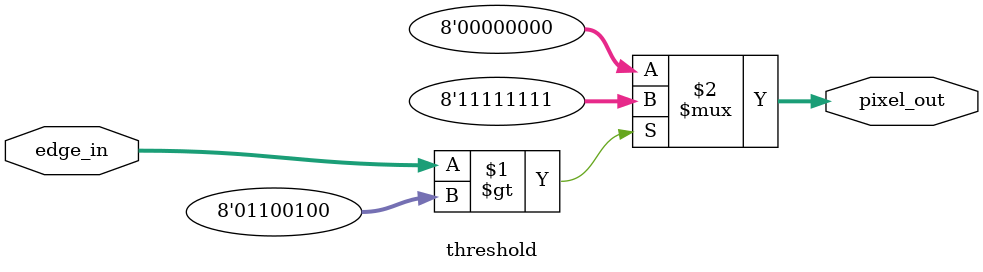
<source format=v>
module threshold(
    input  [7:0] edge_in,
    output wire [7:0] pixel_out
);
    // You can change this parameter to make the filter more or less sensitive
    parameter THRESHOLD_VALUE = 8'd100;

    // If edge magnitude is greater than the threshold, pixel is white (edge)
    // Otherwise, it's black (no edge)
    assign pixel_out = (edge_in > THRESHOLD_VALUE) ? 8'hFF : 8'h00;

endmodule
</source>
